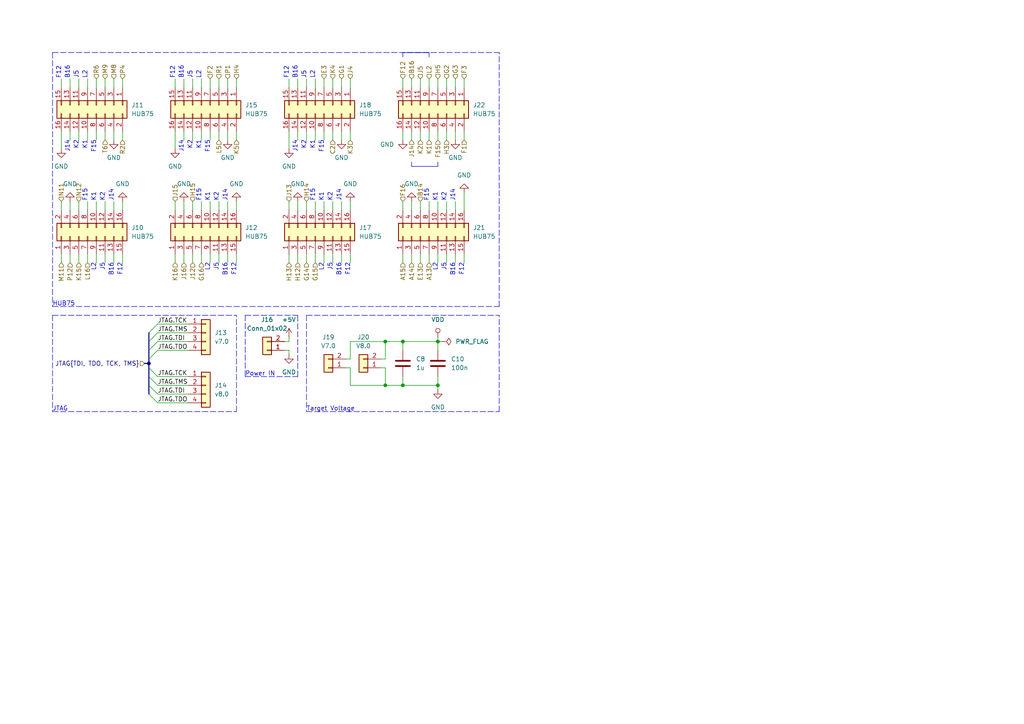
<source format=kicad_sch>
(kicad_sch (version 20211123) (generator eeschema)
  (paper "A4")
  (title_block (title "${title}") (date "2023-01-29") (rev "${revision}") (comment 1 "${repo}"))
  (lib_symbols
    (symbol "Connector_Generic:Conn_01x02" (pin_names hide)
      (property "Reference" "J" (at 0 2.54 0))
      (property "Value" "Conn_01x02" (at 0 -5.08 0))
      (symbol "Conn_01x02_1_1"
        (rectangle (start -1.27 -2.413) (end 0 -2.667))
        (rectangle (start -1.27 0.127) (end 0 -0.127))
        (rectangle (start -1.27 1.27) (end 1.27 -3.81) (stroke (width 0.254)) (fill (type background)))
        (pin passive line (at -5.08 0 0) (length 3.81) (name "Pin_1") (number "1"))
        (pin passive line (at -5.08 -2.54 0) (length 3.81) (name "Pin_2") (number "2"))
      )
    )
    (symbol "Connector_Generic:Conn_01x04" (pin_names hide)
      (property "Reference" "J" (at 0 5.08 0))
      (property "Value" "Conn_01x04" (at 0 -7.62 0))
      (symbol "Conn_01x04_1_1"
        (rectangle (start -1.27 -4.953) (end 0 -5.207))
        (rectangle (start -1.27 -2.413) (end 0 -2.667))
        (rectangle (start -1.27 0.127) (end 0 -0.127))
        (rectangle (start -1.27 2.667) (end 0 2.413))
        (rectangle (start -1.27 3.81) (end 1.27 -6.35) (stroke (width 0.254)) (fill (type background)))
        (pin passive line (at -5.08 2.54 0) (length 3.81) (name "Pin_1") (number "1"))
        (pin passive line (at -5.08 0 0) (length 3.81) (name "Pin_2") (number "2"))
        (pin passive line (at -5.08 -2.54 0) (length 3.81) (name "Pin_3") (number "3"))
        (pin passive line (at -5.08 -5.08 0) (length 3.81) (name "Pin_4") (number "4"))
      )
    )
    (symbol "Connector_Generic:Conn_02x08_Odd_Even" (pin_names hide)
      (property "Reference" "J" (at 1.27 10.16 0))
      (property "Value" "Conn_02x08_Odd_Even" (at 1.27 -12.7 0))
      (symbol "Conn_02x08_Odd_Even_1_1"
        (rectangle (start -1.27 -10.033) (end 0 -10.287))
        (rectangle (start -1.27 -7.493) (end 0 -7.747))
        (rectangle (start -1.27 -4.953) (end 0 -5.207))
        (rectangle (start -1.27 -2.413) (end 0 -2.667))
        (rectangle (start -1.27 0.127) (end 0 -0.127))
        (rectangle (start -1.27 2.667) (end 0 2.413))
        (rectangle (start -1.27 5.207) (end 0 4.953))
        (rectangle (start -1.27 7.747) (end 0 7.493))
        (rectangle (start -1.27 8.89) (end 3.81 -11.43) (stroke (width 0.254)) (fill (type background)))
        (rectangle (start 3.81 -10.033) (end 2.54 -10.287))
        (rectangle (start 3.81 -7.493) (end 2.54 -7.747))
        (rectangle (start 3.81 -4.953) (end 2.54 -5.207))
        (rectangle (start 3.81 -2.413) (end 2.54 -2.667))
        (rectangle (start 3.81 0.127) (end 2.54 -0.127))
        (rectangle (start 3.81 2.667) (end 2.54 2.413))
        (rectangle (start 3.81 5.207) (end 2.54 4.953))
        (rectangle (start 3.81 7.747) (end 2.54 7.493))
        (pin passive line (at -5.08 7.62 0) (length 3.81) (name "Pin_1") (number "1"))
        (pin passive line (at 7.62 -2.54 180) (length 3.81) (name "Pin_10") (number "10"))
        (pin passive line (at -5.08 -5.08 0) (length 3.81) (name "Pin_11") (number "11"))
        (pin passive line (at 7.62 -5.08 180) (length 3.81) (name "Pin_12") (number "12"))
        (pin passive line (at -5.08 -7.62 0) (length 3.81) (name "Pin_13") (number "13"))
        (pin passive line (at 7.62 -7.62 180) (length 3.81) (name "Pin_14") (number "14"))
        (pin passive line (at -5.08 -10.16 0) (length 3.81) (name "Pin_15") (number "15"))
        (pin passive line (at 7.62 -10.16 180) (length 3.81) (name "Pin_16") (number "16"))
        (pin passive line (at 7.62 7.62 180) (length 3.81) (name "Pin_2") (number "2"))
        (pin passive line (at -5.08 5.08 0) (length 3.81) (name "Pin_3") (number "3"))
        (pin passive line (at 7.62 5.08 180) (length 3.81) (name "Pin_4") (number "4"))
        (pin passive line (at -5.08 2.54 0) (length 3.81) (name "Pin_5") (number "5"))
        (pin passive line (at 7.62 2.54 180) (length 3.81) (name "Pin_6") (number "6"))
        (pin passive line (at -5.08 0 0) (length 3.81) (name "Pin_7") (number "7"))
        (pin passive line (at 7.62 0 180) (length 3.81) (name "Pin_8") (number "8"))
        (pin passive line (at -5.08 -2.54 0) (length 3.81) (name "Pin_9") (number "9"))
      )
    )
    (symbol "Device:C" (pin_numbers hide) (pin_names (offset 0.254))
      (property "Reference" "C" (at 0.635 2.54 0))
      (property "Value" "C" (at 0.635 -2.54 0))
      (symbol "C_0_1"
        (polyline (pts (xy -2.032 -0.762) (xy 2.032 -0.762)) (stroke (width 0.508)))
        (polyline (pts (xy -2.032 0.762) (xy 2.032 0.762)) (stroke (width 0.508)))
      )
      (symbol "C_1_1"
        (pin passive line (at 0 3.81 270) (length 2.794) (name "~") (number "1"))
        (pin passive line (at 0 -3.81 90) (length 2.794) (name "~") (number "2"))
      )
    )
    (symbol "power:+5V" (power) (pin_names (offset 0))
      (property "Value" "+5V" (at 0 3.556 0))
      (symbol "+5V_0_1"
        (polyline (pts (xy -0.762 1.27) (xy 0 2.54)))
        (polyline (pts (xy 0 0) (xy 0 2.54)))
        (polyline (pts (xy 0 2.54) (xy 0.762 1.27)))
      )
      (symbol "+5V_1_1"
        (pin power_in line (at 0 0 90) (length 0) hide (name "+5V") (number "1"))
      )
    )
    (symbol "power:GND" (power) (pin_names (offset 0))
      (property "Value" "GND" (at 0 -3.81 0))
      (symbol "GND_0_1"
        (polyline (pts (xy 0 0) (xy 0 -1.27) (xy 1.27 -1.27) (xy 0 -2.54) (xy -1.27 -1.27) (xy 0 -1.27)))
      )
      (symbol "GND_1_1"
        (pin power_in line (at 0 0 270) (length 0) hide (name "GND") (number "1"))
      )
    )
    (symbol "power:PWR_FLAG" (power) (pin_numbers hide) (pin_names (offset 0) hide)
      (property "Value" "PWR_FLAG" (at 0 3.81 0))
      (symbol "PWR_FLAG_0_0"
        (pin power_out line (at 0 0 90) (length 0) (name "pwr") (number "1"))
      )
      (symbol "PWR_FLAG_0_1"
        (polyline (pts (xy 0 0) (xy 0 1.27) (xy -1.016 1.905) (xy 0 2.54) (xy 1.016 1.905) (xy 0 1.27)))
      )
    )
    (symbol "power:VDD" (power) (pin_names (offset 0))
      (property "Value" "VDD" (at 0 3.81 0))
      (symbol "VDD_0_1"
        (polyline (pts (xy 0 0) (xy 0 1.27)))
        (circle (center 0 1.905) (radius 0.635))
      )
      (symbol "VDD_1_1"
        (pin power_in line (at 0 0 90) (length 0) hide (name "VDD") (number "1"))
      )
    )
  )
  (junction (at 127 99.06))
  (junction (at 116.84 111.76))
  (junction (at 111.76 99.06))
  (junction (at 116.84 99.06))
  (junction (at 43.18 105.41))
  (junction (at 111.76 111.76))
  (junction (at 127 111.76))
  (bus_entry (at 43.18 96.52) (size 2.54 -2.54))
  (bus_entry (at 43.18 111.76) (size 2.54 2.54))
  (bus_entry (at 43.18 104.14) (size 2.54 -2.54))
  (bus_entry (at 43.18 114.3) (size 2.54 2.54))
  (bus_entry (at 43.18 109.22) (size 2.54 2.54))
  (bus_entry (at 43.18 99.06) (size 2.54 -2.54))
  (bus_entry (at 43.18 101.6) (size 2.54 -2.54))
  (bus_entry (at 43.18 106.68) (size 2.54 2.54))
  (wire (pts (xy 127 111.76) (xy 116.84 111.76)))
  (wire (pts (xy 111.76 99.06) (xy 111.76 104.14)))
  (wire (pts (xy 30.48 76.2) (xy 30.48 73.66)))
  (wire (pts (xy 30.48 38.1) (xy 30.48 40.64)))
  (bus (pts (xy 43.18 104.14) (xy 43.18 101.6)))
  (wire (pts (xy 33.02 76.2) (xy 33.02 73.66)))
  (wire (pts (xy 93.98 22.86) (xy 93.98 25.4)))
  (wire (pts (xy 20.32 38.1) (xy 20.32 40.64)))
  (wire (pts (xy 116.84 111.76) (xy 111.76 111.76)))
  (wire (pts (xy 88.9 22.86) (xy 88.9 25.4)))
  (wire (pts (xy 99.06 38.1) (xy 99.06 40.64)))
  (polyline (pts (xy 15.24 91.44) (xy 15.24 119.38)) (stroke (width 0) (type dash)))
  (wire (pts (xy 124.46 76.2) (xy 124.46 73.66)))
  (wire (pts (xy 101.6 111.76) (xy 111.76 111.76)))
  (wire (pts (xy 68.58 22.86) (xy 68.58 25.4)))
  (wire (pts (xy 110.49 106.68) (xy 111.76 106.68)))
  (wire (pts (xy 101.6 76.2) (xy 101.6 73.66)))
  (wire (pts (xy 68.58 38.1) (xy 68.58 40.64)))
  (wire (pts (xy 129.54 22.86) (xy 129.54 25.4)))
  (wire (pts (xy 33.02 38.1) (xy 33.02 40.64)))
  (wire (pts (xy 96.52 60.96) (xy 96.52 58.42)))
  (wire (pts (xy 60.96 38.1) (xy 60.96 40.64)))
  (polyline (pts (xy 116.84 16.51) (xy 116.84 15.24)) (stroke (width 0) (type solid)))
  (wire (pts (xy 96.52 22.86) (xy 96.52 25.4)))
  (wire (pts (xy 63.5 76.2) (xy 63.5 73.66)))
  (wire (pts (xy 27.94 76.2) (xy 27.94 73.66)))
  (wire (pts (xy 96.52 38.1) (xy 96.52 40.64)))
  (wire (pts (xy 127 60.96) (xy 127 58.42)))
  (wire (pts (xy 22.86 22.86) (xy 22.86 25.4)))
  (wire (pts (xy 55.88 22.86) (xy 55.88 25.4)))
  (bus (pts (xy 43.18 99.06) (xy 43.18 101.6)))
  (wire (pts (xy 121.92 38.1) (xy 121.92 40.64)))
  (wire (pts (xy 20.32 76.2) (xy 20.32 73.66)))
  (bus (pts (xy 43.18 106.68) (xy 43.18 109.22)))
  (wire (pts (xy 68.58 76.2) (xy 68.58 73.66)))
  (wire (pts (xy 45.72 96.52) (xy 54.61 96.52)))
  (wire (pts (xy 20.32 60.96) (xy 20.32 58.42)))
  (wire (pts (xy 96.52 76.2) (xy 96.52 73.66)))
  (wire (pts (xy 17.78 22.86) (xy 17.78 25.4)))
  (wire (pts (xy 127 97.79) (xy 127 99.06)))
  (wire (pts (xy 121.92 76.2) (xy 121.92 73.66)))
  (polyline (pts (xy 88.9 119.38) (xy 144.78 119.38)) (stroke (width 0) (type dash)))
  (wire (pts (xy 119.38 60.96) (xy 119.38 58.42)))
  (wire (pts (xy 121.92 60.96) (xy 121.92 58.42)))
  (wire (pts (xy 58.42 76.2) (xy 58.42 73.66)))
  (wire (pts (xy 22.86 38.1) (xy 22.86 40.64)))
  (wire (pts (xy 119.38 76.2) (xy 119.38 73.66)))
  (polyline (pts (xy 68.58 119.38) (xy 68.58 91.44)) (stroke (width 0) (type dash)))
  (wire (pts (xy 119.38 22.86) (xy 119.38 25.4)))
  (wire (pts (xy 30.48 60.96) (xy 30.48 58.42)))
  (polyline (pts (xy 71.12 109.22) (xy 86.36 109.22)) (stroke (width 0) (type dash)))
  (wire (pts (xy 63.5 22.86) (xy 63.5 25.4)))
  (wire (pts (xy 27.94 22.86) (xy 27.94 25.4)))
  (bus (pts (xy 43.18 96.52) (xy 43.18 99.06)))
  (wire (pts (xy 17.78 76.2) (xy 17.78 73.66)))
  (wire (pts (xy 17.78 38.1) (xy 17.78 43.18)))
  (wire (pts (xy 86.36 60.96) (xy 86.36 58.42)))
  (wire (pts (xy 111.76 99.06) (xy 116.84 99.06)))
  (wire (pts (xy 45.72 116.84) (xy 54.61 116.84)))
  (polyline (pts (xy 144.78 119.38) (xy 144.78 91.44)) (stroke (width 0) (type dash)))
  (wire (pts (xy 63.5 60.96) (xy 63.5 58.42)))
  (wire (pts (xy 53.34 60.96) (xy 53.34 58.42)))
  (wire (pts (xy 99.06 60.96) (xy 99.06 58.42)))
  (wire (pts (xy 127 22.86) (xy 127 25.4)))
  (wire (pts (xy 35.56 60.96) (xy 35.56 58.42)))
  (polyline (pts (xy 88.9 91.44) (xy 144.78 91.44)) (stroke (width 0) (type dash)))
  (wire (pts (xy 101.6 60.96) (xy 101.6 58.42)))
  (polyline (pts (xy 144.78 88.9) (xy 144.78 15.24)) (stroke (width 0) (type dash)))
  (wire (pts (xy 93.98 60.96) (xy 93.98 58.42)))
  (polyline (pts (xy 124.46 15.24) (xy 124.46 16.51)) (stroke (width 0) (type solid)))
  (wire (pts (xy 116.84 38.1) (xy 116.84 40.64)))
  (bus (pts (xy 43.18 111.76) (xy 43.18 114.3)))
  (wire (pts (xy 27.94 60.96) (xy 27.94 58.42)))
  (wire (pts (xy 66.04 22.86) (xy 66.04 25.4)))
  (wire (pts (xy 22.86 76.2) (xy 22.86 73.66)))
  (wire (pts (xy 101.6 38.1) (xy 101.6 40.64)))
  (wire (pts (xy 134.62 38.1) (xy 134.62 40.64)))
  (wire (pts (xy 58.42 22.86) (xy 58.42 25.4)))
  (wire (pts (xy 86.36 22.86) (xy 86.36 25.4)))
  (wire (pts (xy 91.44 60.96) (xy 91.44 58.42)))
  (wire (pts (xy 132.08 76.2) (xy 132.08 73.66)))
  (polyline (pts (xy 88.9 91.44) (xy 88.9 119.38)) (stroke (width 0) (type dash)))
  (polyline (pts (xy 15.24 88.9) (xy 144.78 88.9)) (stroke (width 0) (type dash)))
  (wire (pts (xy 35.56 76.2) (xy 35.56 73.66)))
  (polyline (pts (xy 71.12 91.44) (xy 71.12 109.22)) (stroke (width 0) (type dash)))
  (wire (pts (xy 116.84 109.22) (xy 116.84 111.76)))
  (wire (pts (xy 83.82 99.06) (xy 82.55 99.06)))
  (wire (pts (xy 88.9 38.1) (xy 88.9 40.64)))
  (wire (pts (xy 66.04 60.96) (xy 66.04 58.42)))
  (wire (pts (xy 17.78 60.96) (xy 17.78 58.42)))
  (wire (pts (xy 45.72 101.6) (xy 54.61 101.6)))
  (wire (pts (xy 116.84 99.06) (xy 127 99.06)))
  (wire (pts (xy 45.72 111.76) (xy 54.61 111.76)))
  (wire (pts (xy 35.56 38.1) (xy 35.56 40.64)))
  (wire (pts (xy 121.92 22.86) (xy 121.92 25.4)))
  (wire (pts (xy 129.54 60.96) (xy 129.54 58.42)))
  (wire (pts (xy 100.33 106.68) (xy 101.6 106.68)))
  (wire (pts (xy 93.98 76.2) (xy 93.98 73.66)))
  (wire (pts (xy 124.46 60.96) (xy 124.46 58.42)))
  (wire (pts (xy 30.48 22.86) (xy 30.48 25.4)))
  (wire (pts (xy 60.96 60.96) (xy 60.96 58.42)))
  (wire (pts (xy 127 38.1) (xy 127 40.64)))
  (wire (pts (xy 91.44 76.2) (xy 91.44 73.66)))
  (wire (pts (xy 86.36 38.1) (xy 86.36 40.64)))
  (wire (pts (xy 127 111.76) (xy 127 113.03)))
  (wire (pts (xy 119.38 38.1) (xy 119.38 40.64)))
  (polyline (pts (xy 15.24 119.38) (xy 68.58 119.38)) (stroke (width 0) (type dash)))
  (wire (pts (xy 58.42 38.1) (xy 58.42 40.64)))
  (wire (pts (xy 132.08 22.86) (xy 132.08 25.4)))
  (wire (pts (xy 101.6 111.76) (xy 101.6 106.68)))
  (wire (pts (xy 127 99.06) (xy 127 101.6)))
  (polyline (pts (xy 15.24 91.44) (xy 68.58 91.44)) (stroke (width 0) (type dash)))
  (wire (pts (xy 132.08 38.1) (xy 132.08 40.64)))
  (polyline (pts (xy 119.38 48.26) (xy 127 48.26)) (stroke (width 0) (type solid)))
  (wire (pts (xy 101.6 99.06) (xy 111.76 99.06)))
  (wire (pts (xy 25.4 76.2) (xy 25.4 73.66)))
  (polyline (pts (xy 86.36 109.22) (xy 86.36 91.44)) (stroke (width 0) (type dash)))
  (wire (pts (xy 55.88 60.96) (xy 55.88 58.42)))
  (wire (pts (xy 60.96 22.86) (xy 60.96 25.4)))
  (bus (pts (xy 41.91 105.41) (xy 43.18 105.41)))
  (wire (pts (xy 68.58 60.96) (xy 68.58 58.42)))
  (wire (pts (xy 129.54 76.2) (xy 129.54 73.66)))
  (wire (pts (xy 53.34 38.1) (xy 53.34 40.64)))
  (wire (pts (xy 45.72 109.22) (xy 54.61 109.22)))
  (polyline (pts (xy 127 46.99) (xy 127 48.26)) (stroke (width 0) (type solid)))
  (wire (pts (xy 124.46 38.1) (xy 124.46 40.64)))
  (wire (pts (xy 88.9 76.2) (xy 88.9 73.66)))
  (wire (pts (xy 116.84 99.06) (xy 116.84 101.6)))
  (wire (pts (xy 35.56 22.86) (xy 35.56 25.4)))
  (wire (pts (xy 63.5 38.1) (xy 63.5 40.64)))
  (wire (pts (xy 127 99.06) (xy 128.27 99.06)))
  (wire (pts (xy 33.02 60.96) (xy 33.02 58.42)))
  (wire (pts (xy 53.34 22.86) (xy 53.34 25.4)))
  (bus (pts (xy 43.18 105.41) (xy 43.18 106.68)))
  (wire (pts (xy 116.84 22.86) (xy 116.84 25.4)))
  (wire (pts (xy 86.36 76.2) (xy 86.36 73.66)))
  (wire (pts (xy 66.04 76.2) (xy 66.04 73.66)))
  (wire (pts (xy 45.72 114.3) (xy 54.61 114.3)))
  (bus (pts (xy 43.18 104.14) (xy 43.18 105.41)))
  (wire (pts (xy 100.33 104.14) (xy 101.6 104.14)))
  (bus (pts (xy 43.18 109.22) (xy 43.18 111.76)))
  (wire (pts (xy 110.49 104.14) (xy 111.76 104.14)))
  (wire (pts (xy 83.82 101.6) (xy 83.82 102.87)))
  (wire (pts (xy 124.46 22.86) (xy 124.46 25.4)))
  (wire (pts (xy 91.44 22.86) (xy 91.44 25.4)))
  (wire (pts (xy 83.82 76.2) (xy 83.82 73.66)))
  (wire (pts (xy 22.86 60.96) (xy 22.86 58.42)))
  (wire (pts (xy 45.72 99.06) (xy 54.61 99.06)))
  (wire (pts (xy 91.44 38.1) (xy 91.44 40.64)))
  (wire (pts (xy 134.62 60.96) (xy 134.62 55.88)))
  (polyline (pts (xy 119.38 46.99) (xy 119.38 48.26)) (stroke (width 0) (type solid)))
  (wire (pts (xy 88.9 60.96) (xy 88.9 58.42)))
  (polyline (pts (xy 71.12 91.44) (xy 86.36 91.44)) (stroke (width 0) (type dash)))
  (wire (pts (xy 129.54 38.1) (xy 129.54 40.64)))
  (wire (pts (xy 20.32 22.86) (xy 20.32 25.4)))
  (wire (pts (xy 134.62 76.2) (xy 134.62 73.66)))
  (wire (pts (xy 83.82 101.6) (xy 82.55 101.6)))
  (wire (pts (xy 83.82 38.1) (xy 83.82 43.18)))
  (wire (pts (xy 116.84 60.96) (xy 116.84 58.42)))
  (wire (pts (xy 111.76 106.68) (xy 111.76 111.76)))
  (wire (pts (xy 99.06 76.2) (xy 99.06 73.66)))
  (wire (pts (xy 101.6 22.86) (xy 101.6 25.4)))
  (wire (pts (xy 99.06 22.86) (xy 99.06 25.4)))
  (polyline (pts (xy 116.84 15.24) (xy 124.46 15.24)) (stroke (width 0) (type solid)))
  (wire (pts (xy 55.88 38.1) (xy 55.88 40.64)))
  (wire (pts (xy 116.84 76.2) (xy 116.84 73.66)))
  (wire (pts (xy 83.82 97.79) (xy 83.82 99.06)))
  (wire (pts (xy 66.04 38.1) (xy 66.04 40.64)))
  (wire (pts (xy 93.98 38.1) (xy 93.98 40.64)))
  (wire (pts (xy 50.8 76.2) (xy 50.8 73.66)))
  (wire (pts (xy 45.72 93.98) (xy 54.61 93.98)))
  (wire (pts (xy 134.62 22.86) (xy 134.62 25.4)))
  (wire (pts (xy 50.8 38.1) (xy 50.8 43.18)))
  (wire (pts (xy 60.96 76.2) (xy 60.96 73.66)))
  (wire (pts (xy 33.02 22.86) (xy 33.02 25.4)))
  (wire (pts (xy 50.8 60.96) (xy 50.8 58.42)))
  (wire (pts (xy 83.82 60.96) (xy 83.82 58.42)))
  (wire (pts (xy 53.34 76.2) (xy 53.34 73.66)))
  (wire (pts (xy 127 109.22) (xy 127 111.76)))
  (polyline (pts (xy 15.24 15.24) (xy 15.24 88.9)) (stroke (width 0) (type dash)))
  (wire (pts (xy 50.8 22.86) (xy 50.8 25.4)))
  (wire (pts (xy 55.88 76.2) (xy 55.88 73.66)))
  (wire (pts (xy 132.08 60.96) (xy 132.08 58.42)))
  (wire (pts (xy 101.6 104.14) (xy 101.6 99.06)))
  (wire (pts (xy 27.94 38.1) (xy 27.94 40.64)))
  (wire (pts (xy 25.4 22.86) (xy 25.4 25.4)))
  (wire (pts (xy 83.82 22.86) (xy 83.82 25.4)))
  (wire (pts (xy 58.42 60.96) (xy 58.42 58.42)))
  (wire (pts (xy 25.4 60.96) (xy 25.4 58.42)))
  (polyline (pts (xy 15.24 15.24) (xy 144.78 15.24)) (stroke (width 0) (type dash)))
  (wire (pts (xy 25.4 38.1) (xy 25.4 40.64)))
  (wire (pts (xy 127 76.2) (xy 127 73.66)))
  (text "J5" (at 55.88 22.86 90) (effects (font (size 1.27 1.27)) (justify left bottom)))
  (text "K1" (at 25.4 40.64 270) (effects (font (size 1.27 1.27)) (justify right bottom)))
  (text "J14" (at 99.06 58.42 90) (effects (font (size 1.27 1.27)) (justify left bottom)))
  (text "K1" (at 91.44 40.64 270) (effects (font (size 1.27 1.27)) (justify right bottom)))
  (text "K2" (at 30.48 58.42 90) (effects (font (size 1.27 1.27)) (justify left bottom)))
  (text "K1" (at 58.42 40.64 270) (effects (font (size 1.27 1.27)) (justify right bottom)))
  (text "Target Voltage" (at 88.9 119.38 0) (effects (font (size 1.27 1.27)) (justify left bottom)))
  (text "J5" (at 129.54 76.2 270) (effects (font (size 1.27 1.27)) (justify right bottom)))
  (text "F12" (at 134.62 76.2 270) (effects (font (size 1.27 1.27)) (justify right bottom)))
  (text "J14" (at 33.02 58.42 90) (effects (font (size 1.27 1.27)) (justify left bottom)))
  (text "J14" (at 66.04 58.42 90) (effects (font (size 1.27 1.27)) (justify left bottom)))
  (text "K1" (at 27.94 58.42 90) (effects (font (size 1.27 1.27)) (justify left bottom)))
  (text "B16" (at 53.34 22.86 90) (effects (font (size 1.27 1.27)) (justify left bottom)))
  (text "J14" (at 53.34 40.64 270) (effects (font (size 1.27 1.27)) (justify right bottom)))
  (text "F12" (at 83.82 22.86 90) (effects (font (size 1.27 1.27)) (justify left bottom)))
  (text "HUB75" (at 15.24 88.9 0) (effects (font (size 1.27 1.27)) (justify left bottom)))
  (text "F15" (at 93.98 40.64 270) (effects (font (size 1.27 1.27)) (justify right bottom)))
  (text "J5" (at 22.86 22.86 90) (effects (font (size 1.27 1.27)) (justify left bottom)))
  (text "F15" (at 60.96 40.64 270) (effects (font (size 1.27 1.27)) (justify right bottom)))
  (text "K2" (at 88.9 40.64 270) (effects (font (size 1.27 1.27)) (justify right bottom)))
  (text "J14" (at 20.32 40.64 270) (effects (font (size 1.27 1.27)) (justify right bottom)))
  (text "B16" (at 99.06 76.2 270) (effects (font (size 1.27 1.27)) (justify right bottom)))
  (text "L2" (at 93.98 76.2 270) (effects (font (size 1.27 1.27)) (justify right bottom)))
  (text "J5" (at 63.5 76.2 270) (effects (font (size 1.27 1.27)) (justify right bottom)))
  (text "J5" (at 30.48 76.2 270) (effects (font (size 1.27 1.27)) (justify right bottom)))
  (text "F15" (at 124.46 58.42 90) (effects (font (size 1.27 1.27)) (justify left bottom)))
  (text "K1" (at 60.96 58.42 90) (effects (font (size 1.27 1.27)) (justify left bottom)))
  (text "K1" (at 93.98 58.42 90) (effects (font (size 1.27 1.27)) (justify left bottom)))
  (text "J14" (at 132.08 58.42 90) (effects (font (size 1.27 1.27)) (justify left bottom)))
  (text "B16" (at 33.02 76.2 270) (effects (font (size 1.27 1.27)) (justify right bottom)))
  (text "B16" (at 66.04 76.2 270) (effects (font (size 1.27 1.27)) (justify right bottom)))
  (text "K2" (at 63.5 58.42 90) (effects (font (size 1.27 1.27)) (justify left bottom)))
  (text "B16" (at 20.32 22.86 90) (effects (font (size 1.27 1.27)) (justify left bottom)))
  (text "F12" (at 17.78 22.86 90) (effects (font (size 1.27 1.27)) (justify left bottom)))
  (text "L2" (at 25.4 22.86 90) (effects (font (size 1.27 1.27)) (justify left bottom)))
  (text "F15" (at 25.4 58.42 90) (effects (font (size 1.27 1.27)) (justify left bottom)))
  (text "K2" (at 129.54 58.42 90) (effects (font (size 1.27 1.27)) (justify left bottom)))
  (text "L2" (at 60.96 76.2 270) (effects (font (size 1.27 1.27)) (justify right bottom)))
  (text "Power IN" (at 71.12 109.22 0) (effects (font (size 1.27 1.27)) (justify left bottom)))
  (text "K2" (at 22.86 40.64 270) (effects (font (size 1.27 1.27)) (justify right bottom)))
  (text "J5" (at 96.52 76.2 270) (effects (font (size 1.27 1.27)) (justify right bottom)))
  (text "F12" (at 68.58 76.2 270) (effects (font (size 1.27 1.27)) (justify right bottom)))
  (text "F12" (at 101.6 76.2 270) (effects (font (size 1.27 1.27)) (justify right bottom)))
  (text "K1" (at 127 58.42 90) (effects (font (size 1.27 1.27)) (justify left bottom)))
  (text "L2" (at 91.44 22.86 90) (effects (font (size 1.27 1.27)) (justify left bottom)))
  (text "K2" (at 96.52 58.42 90) (effects (font (size 1.27 1.27)) (justify left bottom)))
  (text "L2" (at 58.42 22.86 90) (effects (font (size 1.27 1.27)) (justify left bottom)))
  (text "F12" (at 35.56 76.2 270) (effects (font (size 1.27 1.27)) (justify right bottom)))
  (text "B16" (at 86.36 22.86 90) (effects (font (size 1.27 1.27)) (justify left bottom)))
  (text "J14" (at 86.36 40.64 270) (effects (font (size 1.27 1.27)) (justify right bottom)))
  (text "B16" (at 132.08 76.2 270) (effects (font (size 1.27 1.27)) (justify right bottom)))
  (text "F12" (at 50.8 22.86 90) (effects (font (size 1.27 1.27)) (justify left bottom)))
  (text "F15" (at 27.94 40.64 270) (effects (font (size 1.27 1.27)) (justify right bottom)))
  (text "K2" (at 55.88 40.64 270) (effects (font (size 1.27 1.27)) (justify right bottom)))
  (text "F15" (at 91.44 58.42 90) (effects (font (size 1.27 1.27)) (justify left bottom)))
  (text "L2" (at 27.94 76.2 270) (effects (font (size 1.27 1.27)) (justify right bottom)))
  (text "JTAG" (at 15.24 119.38 0) (effects (font (size 1.27 1.27)) (justify left bottom)))
  (text "F15" (at 58.42 58.42 90) (effects (font (size 1.27 1.27)) (justify left bottom)))
  (text "J5" (at 88.9 22.86 90) (effects (font (size 1.27 1.27)) (justify left bottom)))
  (text "L2" (at 127 76.2 270) (effects (font (size 1.27 1.27)) (justify right bottom)))
  (label "JTAG.TDO" (at 45.72 101.6 0))
  (label "JTAG.TDI" (at 45.72 114.3 0))
  (label "JTAG.TDI" (at 45.72 99.06 0))
  (label "JTAG.TMS" (at 45.72 96.52 0))
  (label "JTAG.TDO" (at 45.72 116.84 0))
  (label "JTAG.TMS" (at 45.72 111.76 0))
  (label "JTAG.TCK" (at 45.72 109.22 0))
  (label "JTAG.TCK" (at 45.72 93.98 0))
  (hierarchical_label "G1" (shape input) (at 99.06 22.86 90))
  (hierarchical_label "K5" (shape input) (at 68.58 40.64 270))
  (hierarchical_label "JTAG{TDI, TDO, TCK, TMS}" (shape input) (at 41.91 105.41 180))
  (hierarchical_label "B14" (shape input) (at 121.92 58.42 90))
  (hierarchical_label "H3" (shape input) (at 129.54 40.64 270))
  (hierarchical_label "H13" (shape input) (at 83.82 76.2 270))
  (hierarchical_label "K16" (shape input) (at 50.8 76.2 270))
  (hierarchical_label "A13" (shape input) (at 124.46 76.2 270))
  (hierarchical_label "E13" (shape input) (at 121.92 76.2 270))
  (hierarchical_label "H5" (shape input) (at 127 22.86 90))
  (hierarchical_label "H4" (shape input) (at 68.58 22.86 90))
  (hierarchical_label "J4" (shape input) (at 101.6 22.86 90))
  (hierarchical_label "B16" (shape input) (at 119.38 22.86 90))
  (hierarchical_label "R1" (shape input) (at 63.5 22.86 90))
  (hierarchical_label "K3" (shape input) (at 101.6 40.64 270))
  (hierarchical_label "M9" (shape input) (at 30.48 22.86 90))
  (hierarchical_label "P1" (shape input) (at 66.04 22.86 90))
  (hierarchical_label "F1" (shape input) (at 134.62 40.64 270))
  (hierarchical_label "H12" (shape input) (at 86.36 76.2 270))
  (hierarchical_label "K4" (shape input) (at 96.52 22.86 90))
  (hierarchical_label "J12" (shape input) (at 55.88 76.2 270))
  (hierarchical_label "N11" (shape input) (at 17.78 58.42 90))
  (hierarchical_label "L2" (shape input) (at 124.46 22.86 90))
  (hierarchical_label "R2" (shape input) (at 35.56 40.64 270))
  (hierarchical_label "G14" (shape input) (at 88.9 76.2 270))
  (hierarchical_label "A15" (shape input) (at 116.84 76.2 270))
  (hierarchical_label "R6" (shape input) (at 27.94 22.86 90))
  (hierarchical_label "L5" (shape input) (at 63.5 40.64 270))
  (hierarchical_label "H14" (shape input) (at 88.9 58.42 90))
  (hierarchical_label "J13" (shape input) (at 83.82 58.42 90))
  (hierarchical_label "K1" (shape input) (at 124.46 40.64 270))
  (hierarchical_label "G2" (shape input) (at 129.54 22.86 90))
  (hierarchical_label "G15" (shape input) (at 91.44 76.2 270))
  (hierarchical_label "F16" (shape input) (at 116.84 58.42 90))
  (hierarchical_label "F15" (shape input) (at 127 40.64 270))
  (hierarchical_label "F3" (shape input) (at 134.62 22.86 90))
  (hierarchical_label "J15" (shape input) (at 50.8 58.42 90))
  (hierarchical_label "K15" (shape input) (at 22.86 76.2 270))
  (hierarchical_label "P4" (shape input) (at 35.56 22.86 90))
  (hierarchical_label "E3" (shape input) (at 93.98 22.86 90))
  (hierarchical_label "J14" (shape input) (at 119.38 40.64 270))
  (hierarchical_label "H15" (shape input) (at 55.88 58.42 90))
  (hierarchical_label "P12" (shape input) (at 20.32 76.2 270))
  (hierarchical_label "C2" (shape input) (at 96.52 40.64 270))
  (hierarchical_label "J5" (shape input) (at 121.92 22.86 90))
  (hierarchical_label "G3" (shape input) (at 132.08 22.86 90))
  (hierarchical_label "F2" (shape input) (at 60.96 22.86 90))
  (hierarchical_label "J16" (shape input) (at 53.34 76.2 270))
  (hierarchical_label "M8" (shape input) (at 33.02 22.86 90))
  (hierarchical_label "K2" (shape input) (at 121.92 40.64 270))
  (hierarchical_label "N12" (shape input) (at 22.86 58.42 90))
  (hierarchical_label "T6" (shape input) (at 30.48 40.64 270))
  (hierarchical_label "F12" (shape input) (at 116.84 22.86 90))
  (hierarchical_label "L16" (shape input) (at 25.4 76.2 270))
  (hierarchical_label "A14" (shape input) (at 119.38 76.2 270))
  (hierarchical_label "M11" (shape input) (at 17.78 76.2 270))
  (hierarchical_label "G16" (shape input) (at 58.42 76.2 270))
  (symbol (lib_id "Device:C") (at 116.84 105.41 0) (mirror x) (unit 1)
    (property "Reference" "C8" (at 120.65 104.1399 0) (effects (justify left)))
    (property "Value" "1u" (at 120.65 106.6799 0) (effects (justify left)))
    (property "Footprint" "Capacitor_SMD:C_0603_1608Metric" (effects hide))
  )
  (symbol (lib_id "power:GND") (at 33.02 40.64 0) (unit 1)
    (property "Reference" "#PWR062" (effects hide))
    (property "Value" "GND" (at 33.02 45.72 0))
  )
  (symbol (lib_id "power:GND") (at 132.08 40.64 0) (unit 1)
    (property "Reference" "#PWR080" (effects hide))
    (property "Value" "GND" (at 132.08 45.72 0))
  )
  (symbol (lib_id "Connector_Generic:Conn_01x04") (at 59.69 96.52 0) (unit 1)
    (property "Reference" "J13" (at 62.23 96.5199 0) (effects (justify left)))
    (property "Value" "v7.0" (at 62.23 99.0599 0) (effects (justify left)))
    (property "Footprint" "Connector_PinHeader_2.54mm:PinHeader_1x04_P2.54mm_Vertical" (effects hide))
  )
  (symbol (lib_id "power:PWR_FLAG") (at 128.27 99.06 270) (unit 1)
    (property "Reference" "#FLG05" (effects hide))
    (property "Value" "PWR_FLAG" (at 132.08 99.0599 90) (effects (justify left)))
  )
  (symbol (lib_id "Connector_Generic:Conn_01x04") (at 59.69 111.76 0) (unit 1)
    (property "Reference" "J14" (at 62.23 111.7599 0) (effects (justify left)))
    (property "Value" "v8.0" (at 62.23 114.2999 0) (effects (justify left)))
    (property "Footprint" "Connector_PinHeader_2.54mm:PinHeader_1x04_P2.54mm_Vertical" (effects hide))
  )
  (symbol (lib_id "Connector_Generic:Conn_02x08_Odd_Even") (at 91.44 68.58 90) (unit 1)
    (property "Reference" "J17" (at 104.14 66.0399 90) (effects (justify right)))
    (property "Value" "HUB75" (at 104.14 68.5799 90) (effects (justify right)))
    (property "Footprint" "Connector_PinSocket_2.54mm:PinSocket_2x08_P2.54mm_Vertical" (effects hide))
  )
  (symbol (lib_id "power:GND") (at 83.82 43.18 0) (unit 1)
    (property "Reference" "#PWR068" (effects hide))
    (property "Value" "GND" (at 83.82 48.26 0))
  )
  (symbol (lib_id "Connector_Generic:Conn_02x08_Odd_Even") (at 93.98 30.48 270) (unit 1)
    (property "Reference" "J18" (at 104.14 30.4799 90) (effects (justify left)))
    (property "Value" "HUB75" (at 104.14 33.0199 90) (effects (justify left)))
    (property "Footprint" "Connector_PinSocket_2.54mm:PinSocket_2x08_P2.54mm_Vertical" (effects hide))
  )
  (symbol (lib_id "Connector_Generic:Conn_01x02") (at 77.47 101.6 180) (unit 1)
    (property "Reference" "J16" (at 77.47 92.71 0))
    (property "Value" "Conn_01x02" (at 77.47 95.25 0))
    (property "Footprint" "Connector_Wire:SolderWire-0.5sqmm_1x02_P4.6mm_D0.9mm_OD2.1mm_Relief" (effects hide))
  )
  (symbol (lib_id "power:GND") (at 66.04 40.64 0) (unit 1)
    (property "Reference" "#PWR066" (effects hide))
    (property "Value" "GND" (at 66.04 45.72 0))
  )
  (symbol (lib_id "power:GND") (at 127 113.03 0) (mirror y) (unit 1)
    (property "Reference" "#PWR075" (effects hide))
    (property "Value" "GND" (at 127 118.11 0))
  )
  (symbol (lib_id "power:GND") (at 119.38 58.42 180) (unit 1)
    (property "Reference" "#PWR079" (effects hide))
    (property "Value" "GND" (at 119.38 53.34 0))
  )
  (symbol (lib_id "power:GND") (at 53.34 58.42 180) (unit 1)
    (property "Reference" "#PWR065" (effects hide))
    (property "Value" "GND" (at 53.34 53.34 0))
  )
  (symbol (lib_id "Connector_Generic:Conn_01x02") (at 95.25 106.68 180) (unit 1)
    (property "Reference" "J19" (at 95.25 97.79 0))
    (property "Value" "V7.0" (at 95.25 100.33 0))
    (property "Footprint" "Connector_PinHeader_2.54mm:PinHeader_1x02_P2.54mm_Vertical" (effects hide))
  )
  (symbol (lib_id "Connector_Generic:Conn_02x08_Odd_Even") (at 25.4 68.58 90) (unit 1)
    (property "Reference" "J10" (at 38.1 66.0399 90) (effects (justify right)))
    (property "Value" "HUB75" (at 38.1 68.5799 90) (effects (justify right)))
    (property "Footprint" "Connector_PinSocket_2.54mm:PinSocket_2x08_P2.54mm_Vertical" (effects hide))
  )
  (symbol (lib_id "power:GND") (at 83.82 102.87 0) (mirror y) (unit 1)
    (property "Reference" "#PWR070" (effects hide))
    (property "Value" "GND" (at 83.82 107.95 0))
  )
  (symbol (lib_id "power:VDD") (at 127 97.79 0) (mirror y) (unit 1)
    (property "Reference" "#PWR074" (effects hide))
    (property "Value" "VDD" (at 127 92.71 0))
  )
  (symbol (lib_id "Connector_Generic:Conn_02x08_Odd_Even") (at 124.46 68.58 90) (unit 1)
    (property "Reference" "J21" (at 137.16 66.0399 90) (effects (justify right)))
    (property "Value" "HUB75" (at 137.16 68.5799 90) (effects (justify right)))
    (property "Footprint" "Connector_PinSocket_2.54mm:PinSocket_2x08_P2.54mm_Vertical" (effects hide))
  )
  (symbol (lib_id "power:GND") (at 68.58 58.42 180) (unit 1)
    (property "Reference" "#PWR067" (effects hide))
    (property "Value" "GND" (at 68.58 53.34 0))
  )
  (symbol (lib_id "Connector_Generic:Conn_02x08_Odd_Even") (at 60.96 30.48 270) (unit 1)
    (property "Reference" "J15" (at 71.12 30.4799 90) (effects (justify left)))
    (property "Value" "HUB75" (at 71.12 33.0199 90) (effects (justify left)))
    (property "Footprint" "Connector_PinSocket_2.54mm:PinSocket_2x08_P2.54mm_Vertical" (effects hide))
  )
  (symbol (lib_id "Connector_Generic:Conn_02x08_Odd_Even") (at 58.42 68.58 90) (unit 1)
    (property "Reference" "J12" (at 71.12 66.0399 90) (effects (justify right)))
    (property "Value" "HUB75" (at 71.12 68.5799 90) (effects (justify right)))
    (property "Footprint" "Connector_PinSocket_2.54mm:PinSocket_2x08_P2.54mm_Vertical" (effects hide))
  )
  (symbol (lib_id "power:GND") (at 35.56 58.42 180) (unit 1)
    (property "Reference" "#PWR063" (effects hide))
    (property "Value" "GND" (at 35.56 53.34 0))
  )
  (symbol (lib_id "Device:C") (at 127 105.41 0) (mirror x) (unit 1)
    (property "Reference" "C10" (at 130.81 104.1399 0) (effects (justify left)))
    (property "Value" "100n" (at 130.81 106.6799 0) (effects (justify left)))
    (property "Footprint" "Capacitor_SMD:C_0603_1608Metric" (effects hide))
  )
  (symbol (lib_id "power:GND") (at 17.78 43.18 0) (unit 1)
    (property "Reference" "#PWR060" (effects hide))
    (property "Value" "GND" (at 17.78 48.26 0))
  )
  (symbol (lib_id "power:GND") (at 134.62 55.88 180) (unit 1)
    (property "Reference" "#PWR081" (effects hide))
    (property "Value" "GND" (at 134.62 50.8 0))
  )
  (symbol (lib_id "Connector_Generic:Conn_02x08_Odd_Even") (at 27.94 30.48 270) (unit 1)
    (property "Reference" "J11" (at 38.1 30.4799 90) (effects (justify left)))
    (property "Value" "HUB75" (at 38.1 33.0199 90) (effects (justify left)))
    (property "Footprint" "Connector_PinSocket_2.54mm:PinSocket_2x08_P2.54mm_Vertical" (effects hide))
  )
  (symbol (lib_id "power:GND") (at 99.06 40.64 0) (unit 1)
    (property "Reference" "#PWR072" (effects hide))
    (property "Value" "GND" (at 99.06 45.72 0))
  )
  (symbol (lib_id "power:+5V") (at 83.82 97.79 0) (mirror y) (unit 1)
    (property "Reference" "#PWR069" (effects hide))
    (property "Value" "+5V" (at 83.82 92.71 0))
  )
  (symbol (lib_id "Connector_Generic:Conn_01x02") (at 105.41 106.68 180) (unit 1)
    (property "Reference" "J20" (at 105.41 97.79 0))
    (property "Value" "V8.0" (at 105.41 100.33 0))
    (property "Footprint" "Connector_PinHeader_2.54mm:PinHeader_1x02_P2.54mm_Vertical" (effects hide))
  )
  (symbol (lib_id "power:GND") (at 20.32 58.42 180) (unit 1)
    (property "Reference" "#PWR061" (effects hide))
    (property "Value" "GND" (at 20.32 53.34 0))
  )
  (symbol (lib_id "power:GND") (at 86.36 58.42 180) (unit 1)
    (property "Reference" "#PWR071" (effects hide))
    (property "Value" "GND" (at 86.36 53.34 0))
  )
  (symbol (lib_id "Connector_Generic:Conn_02x08_Odd_Even") (at 127 30.48 270) (unit 1)
    (property "Reference" "J22" (at 137.16 30.4799 90) (effects (justify left)))
    (property "Value" "HUB75" (at 137.16 33.0199 90) (effects (justify left)))
    (property "Footprint" "Connector_PinSocket_2.54mm:PinSocket_2x08_P2.54mm_Vertical" (effects hide))
  )
  (symbol (lib_id "power:GND") (at 116.84 40.64 0) (unit 1)
    (property "Reference" "#PWR078" (effects hide))
    (property "Value" "GND" (at 114.3 41.9099 0) (effects (justify right)))
  )
  (symbol (lib_id "power:GND") (at 50.8 43.18 0) (unit 1)
    (property "Reference" "#PWR064" (effects hide))
    (property "Value" "GND" (at 50.8 48.26 0))
  )
  (symbol (lib_id "power:GND") (at 101.6 58.42 180) (unit 1)
    (property "Reference" "#PWR073" (effects hide))
    (property "Value" "GND" (at 101.6 53.34 0))
  )
)
</source>
